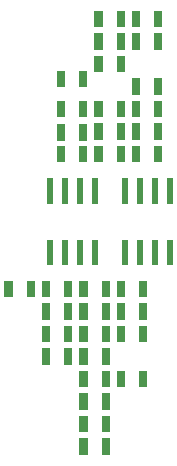
<source format=gbr>
G04 start of page 10 for group -4015 idx -4015 *
G04 Title: (unknown), toppaste *
G04 Creator: pcb 4.2.2 *
G04 CreationDate: Sat Aug  8 01:25:40 2020 UTC *
G04 For: harold *
G04 Format: Gerber/RS-274X *
G04 PCB-Dimensions (mil): 6000.00 5000.00 *
G04 PCB-Coordinate-Origin: lower left *
%MOIN*%
%FSLAX25Y25*%
%LNTOPPASTE*%
%ADD51C,0.0001*%
G54D51*G36*
X143500Y296500D02*X141500D01*
Y288000D01*
X143500D01*
Y296500D01*
G37*
G36*
X148500D02*X146500D01*
Y288000D01*
X148500D01*
Y296500D01*
G37*
G36*
X153500D02*X151500D01*
Y288000D01*
X153500D01*
Y296500D01*
G37*
G36*
X158500D02*X156500D01*
Y288000D01*
X158500D01*
Y296500D01*
G37*
G36*
Y317000D02*X156500D01*
Y308500D01*
X158500D01*
Y317000D01*
G37*
G36*
X153500D02*X151500D01*
Y308500D01*
X153500D01*
Y317000D01*
G37*
G36*
X148500D02*X146500D01*
Y308500D01*
X148500D01*
Y317000D01*
G37*
G36*
X143500D02*X141500D01*
Y308500D01*
X143500D01*
Y317000D01*
G37*
G36*
X155123Y335007D02*X152363D01*
Y329493D01*
X155123D01*
Y335007D01*
G37*
G36*
X147637D02*X144877D01*
Y329493D01*
X147637D01*
Y335007D01*
G37*
G36*
Y342757D02*X144877D01*
Y337243D01*
X147637D01*
Y342757D01*
G37*
G36*
X155123D02*X152363D01*
Y337243D01*
X155123D01*
Y342757D01*
G37*
G36*
Y327757D02*X152363D01*
Y322243D01*
X155123D01*
Y327757D01*
G37*
G36*
X147637D02*X144877D01*
Y322243D01*
X147637D01*
Y327757D01*
G37*
G36*
X168500Y296500D02*X166500D01*
Y288000D01*
X168500D01*
Y296500D01*
G37*
G36*
X173500D02*X171500D01*
Y288000D01*
X173500D01*
Y296500D01*
G37*
G36*
X178500D02*X176500D01*
Y288000D01*
X178500D01*
Y296500D01*
G37*
G36*
X183500D02*X181500D01*
Y288000D01*
X183500D01*
Y296500D01*
G37*
G36*
Y317000D02*X181500D01*
Y308500D01*
X183500D01*
Y317000D01*
G37*
G36*
X178500D02*X176500D01*
Y308500D01*
X178500D01*
Y317000D01*
G37*
G36*
X173500D02*X171500D01*
Y308500D01*
X173500D01*
Y317000D01*
G37*
G36*
X168500D02*X166500D01*
Y308500D01*
X168500D01*
Y317000D01*
G37*
G36*
X172637Y372757D02*X169877D01*
Y367243D01*
X172637D01*
Y372757D01*
G37*
G36*
X180123D02*X177363D01*
Y367243D01*
X180123D01*
Y372757D01*
G37*
G36*
X167623Y335257D02*X164863D01*
Y329743D01*
X167623D01*
Y335257D01*
G37*
G36*
X160137D02*X157377D01*
Y329743D01*
X160137D01*
Y335257D01*
G37*
G36*
Y327757D02*X157377D01*
Y322243D01*
X160137D01*
Y327757D01*
G37*
G36*
X167623D02*X164863D01*
Y322243D01*
X167623D01*
Y327757D01*
G37*
G36*
X142637Y260257D02*X139877D01*
Y254743D01*
X142637D01*
Y260257D01*
G37*
G36*
X150123D02*X147363D01*
Y254743D01*
X150123D01*
Y260257D01*
G37*
G36*
X162623Y275257D02*X159863D01*
Y269743D01*
X162623D01*
Y275257D01*
G37*
G36*
X155137D02*X152377D01*
Y269743D01*
X155137D01*
Y275257D01*
G37*
G36*
Y282757D02*X152377D01*
Y277243D01*
X155137D01*
Y282757D01*
G37*
G36*
X162623D02*X159863D01*
Y277243D01*
X162623D01*
Y282757D01*
G37*
G36*
X150123Y275257D02*X147363D01*
Y269743D01*
X150123D01*
Y275257D01*
G37*
G36*
X142637D02*X139877D01*
Y269743D01*
X142637D01*
Y275257D01*
G37*
G36*
Y267757D02*X139877D01*
Y262243D01*
X142637D01*
Y267757D01*
G37*
G36*
X150123D02*X147363D01*
Y262243D01*
X150123D01*
Y267757D01*
G37*
G36*
Y282757D02*X147363D01*
Y277243D01*
X150123D01*
Y282757D01*
G37*
G36*
X142637D02*X139877D01*
Y277243D01*
X142637D01*
Y282757D01*
G37*
G36*
X175123Y275257D02*X172363D01*
Y269743D01*
X175123D01*
Y275257D01*
G37*
G36*
X167637D02*X164877D01*
Y269743D01*
X167637D01*
Y275257D01*
G37*
G36*
Y267757D02*X164877D01*
Y262243D01*
X167637D01*
Y267757D01*
G37*
G36*
X175123D02*X172363D01*
Y262243D01*
X175123D01*
Y267757D01*
G37*
G36*
Y282757D02*X172363D01*
Y277243D01*
X175123D01*
Y282757D01*
G37*
G36*
X167637D02*X164877D01*
Y277243D01*
X167637D01*
Y282757D01*
G37*
G36*
X167623Y357757D02*X164863D01*
Y352243D01*
X167623D01*
Y357757D01*
G37*
G36*
X160137D02*X157377D01*
Y352243D01*
X160137D01*
Y357757D01*
G37*
G36*
X180123Y335257D02*X177363D01*
Y329743D01*
X180123D01*
Y335257D01*
G37*
G36*
X172637D02*X169877D01*
Y329743D01*
X172637D01*
Y335257D01*
G37*
G36*
Y342757D02*X169877D01*
Y337243D01*
X172637D01*
Y342757D01*
G37*
G36*
X180123D02*X177363D01*
Y337243D01*
X180123D01*
Y342757D01*
G37*
G36*
Y350257D02*X177363D01*
Y344743D01*
X180123D01*
Y350257D01*
G37*
G36*
X172637D02*X169877D01*
Y344743D01*
X172637D01*
Y350257D01*
G37*
G36*
X180123Y327757D02*X177363D01*
Y322243D01*
X180123D01*
Y327757D01*
G37*
G36*
X172637D02*X169877D01*
Y322243D01*
X172637D01*
Y327757D01*
G37*
G36*
X167623Y365257D02*X164863D01*
Y359743D01*
X167623D01*
Y365257D01*
G37*
G36*
X160137D02*X157377D01*
Y359743D01*
X160137D01*
Y365257D01*
G37*
G36*
Y372757D02*X157377D01*
Y367243D01*
X160137D01*
Y372757D01*
G37*
G36*
X167623D02*X164863D01*
Y367243D01*
X167623D01*
Y372757D01*
G37*
G36*
X180123Y365257D02*X177363D01*
Y359743D01*
X180123D01*
Y365257D01*
G37*
G36*
X172637D02*X169877D01*
Y359743D01*
X172637D01*
Y365257D01*
G37*
G36*
X155137Y252757D02*X152377D01*
Y247243D01*
X155137D01*
Y252757D01*
G37*
G36*
X162623D02*X159863D01*
Y247243D01*
X162623D01*
Y252757D01*
G37*
G36*
X130137Y282757D02*X127377D01*
Y277243D01*
X130137D01*
Y282757D01*
G37*
G36*
X137623D02*X134863D01*
Y277243D01*
X137623D01*
Y282757D01*
G37*
G36*
X162623Y237757D02*X159863D01*
Y232243D01*
X162623D01*
Y237757D01*
G37*
G36*
X155137D02*X152377D01*
Y232243D01*
X155137D01*
Y237757D01*
G37*
G36*
X167637Y252757D02*X164877D01*
Y247243D01*
X167637D01*
Y252757D01*
G37*
G36*
X175123D02*X172363D01*
Y247243D01*
X175123D01*
Y252757D01*
G37*
G36*
X162623Y230257D02*X159863D01*
Y224743D01*
X162623D01*
Y230257D01*
G37*
G36*
X155137D02*X152377D01*
Y224743D01*
X155137D01*
Y230257D01*
G37*
G36*
Y245257D02*X152377D01*
Y239743D01*
X155137D01*
Y245257D01*
G37*
G36*
X162623D02*X159863D01*
Y239743D01*
X162623D01*
Y245257D01*
G37*
G36*
Y267757D02*X159863D01*
Y262243D01*
X162623D01*
Y267757D01*
G37*
G36*
X155137D02*X152377D01*
Y262243D01*
X155137D01*
Y267757D01*
G37*
G36*
X162623Y260257D02*X159863D01*
Y254743D01*
X162623D01*
Y260257D01*
G37*
G36*
X155137D02*X152377D01*
Y254743D01*
X155137D01*
Y260257D01*
G37*
G36*
X160137Y342757D02*X157377D01*
Y337243D01*
X160137D01*
Y342757D01*
G37*
G36*
X167623D02*X164863D01*
Y337243D01*
X167623D01*
Y342757D01*
G37*
G36*
X147637Y352757D02*X144877D01*
Y347243D01*
X147637D01*
Y352757D01*
G37*
G36*
X155123D02*X152363D01*
Y347243D01*
X155123D01*
Y352757D01*
G37*
M02*

</source>
